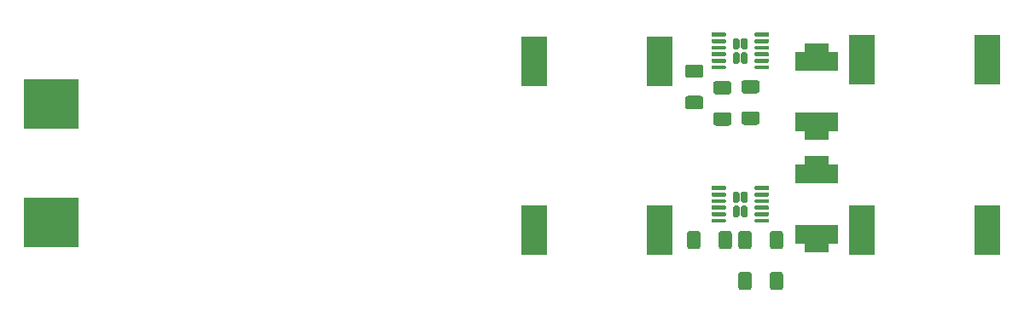
<source format=gbr>
%TF.GenerationSoftware,KiCad,Pcbnew,(5.1.9)-1*%
%TF.CreationDate,2022-01-14T16:31:07-06:00*%
%TF.ProjectId,Power_12V_DualSupply,506f7765-725f-4313-9256-5f4475616c53,rev?*%
%TF.SameCoordinates,Original*%
%TF.FileFunction,Paste,Top*%
%TF.FilePolarity,Positive*%
%FSLAX46Y46*%
G04 Gerber Fmt 4.6, Leading zero omitted, Abs format (unit mm)*
G04 Created by KiCad (PCBNEW (5.1.9)-1) date 2022-01-14 16:31:07*
%MOMM*%
%LPD*%
G01*
G04 APERTURE LIST*
%ADD10R,2.400000X2.600000*%
%ADD11R,4.300000X1.950000*%
%ADD12R,2.500000X5.000000*%
%ADD13R,5.400000X4.900000*%
G04 APERTURE END LIST*
D10*
%TO.C,C14*%
X185674000Y-109164000D03*
X185674000Y-102164000D03*
D11*
X185674000Y-102664000D03*
X185674000Y-108664000D03*
%TD*%
D12*
%TO.C,L4*%
X202592000Y-108204000D03*
X190092000Y-108204000D03*
%TD*%
%TO.C,C12*%
G36*
G01*
X179186000Y-108569999D02*
X179186000Y-109870001D01*
G75*
G02*
X178936001Y-110120000I-249999J0D01*
G01*
X178110999Y-110120000D01*
G75*
G02*
X177861000Y-109870001I0J249999D01*
G01*
X177861000Y-108569999D01*
G75*
G02*
X178110999Y-108320000I249999J0D01*
G01*
X178936001Y-108320000D01*
G75*
G02*
X179186000Y-108569999I0J-249999D01*
G01*
G37*
G36*
G01*
X182311000Y-108569999D02*
X182311000Y-109870001D01*
G75*
G02*
X182061001Y-110120000I-249999J0D01*
G01*
X181235999Y-110120000D01*
G75*
G02*
X180986000Y-109870001I0J249999D01*
G01*
X180986000Y-108569999D01*
G75*
G02*
X181235999Y-108320000I249999J0D01*
G01*
X182061001Y-108320000D01*
G75*
G02*
X182311000Y-108569999I0J-249999D01*
G01*
G37*
%TD*%
%TO.C,C13*%
G36*
G01*
X179720001Y-94642500D02*
X178419999Y-94642500D01*
G75*
G02*
X178170000Y-94392501I0J249999D01*
G01*
X178170000Y-93567499D01*
G75*
G02*
X178419999Y-93317500I249999J0D01*
G01*
X179720001Y-93317500D01*
G75*
G02*
X179970000Y-93567499I0J-249999D01*
G01*
X179970000Y-94392501D01*
G75*
G02*
X179720001Y-94642500I-249999J0D01*
G01*
G37*
G36*
G01*
X179720001Y-97767500D02*
X178419999Y-97767500D01*
G75*
G02*
X178170000Y-97517501I0J249999D01*
G01*
X178170000Y-96692499D01*
G75*
G02*
X178419999Y-96442500I249999J0D01*
G01*
X179720001Y-96442500D01*
G75*
G02*
X179970000Y-96692499I0J-249999D01*
G01*
X179970000Y-97517501D01*
G75*
G02*
X179720001Y-97767500I-249999J0D01*
G01*
G37*
%TD*%
D10*
%TO.C,C15*%
X185674000Y-97988000D03*
X185674000Y-90988000D03*
D11*
X185674000Y-91488000D03*
X185674000Y-97488000D03*
%TD*%
D13*
%TO.C,L1*%
X109728000Y-107500000D03*
X109728000Y-95700000D03*
%TD*%
D12*
%TO.C,L2*%
X170080000Y-108204000D03*
X157580000Y-108204000D03*
%TD*%
%TO.C,L3*%
X157580000Y-91440000D03*
X170080000Y-91440000D03*
%TD*%
%TO.C,L5*%
X202592000Y-91313000D03*
X190092000Y-91313000D03*
%TD*%
%TO.C,R3*%
G36*
G01*
X175625999Y-96531000D02*
X176926001Y-96531000D01*
G75*
G02*
X177176000Y-96780999I0J-249999D01*
G01*
X177176000Y-97606001D01*
G75*
G02*
X176926001Y-97856000I-249999J0D01*
G01*
X175625999Y-97856000D01*
G75*
G02*
X175376000Y-97606001I0J249999D01*
G01*
X175376000Y-96780999D01*
G75*
G02*
X175625999Y-96531000I249999J0D01*
G01*
G37*
G36*
G01*
X175625999Y-93406000D02*
X176926001Y-93406000D01*
G75*
G02*
X177176000Y-93655999I0J-249999D01*
G01*
X177176000Y-94481001D01*
G75*
G02*
X176926001Y-94731000I-249999J0D01*
G01*
X175625999Y-94731000D01*
G75*
G02*
X175376000Y-94481001I0J249999D01*
G01*
X175376000Y-93655999D01*
G75*
G02*
X175625999Y-93406000I249999J0D01*
G01*
G37*
%TD*%
%TO.C,R4*%
G36*
G01*
X177861000Y-113934001D02*
X177861000Y-112633999D01*
G75*
G02*
X178110999Y-112384000I249999J0D01*
G01*
X178936001Y-112384000D01*
G75*
G02*
X179186000Y-112633999I0J-249999D01*
G01*
X179186000Y-113934001D01*
G75*
G02*
X178936001Y-114184000I-249999J0D01*
G01*
X178110999Y-114184000D01*
G75*
G02*
X177861000Y-113934001I0J249999D01*
G01*
G37*
G36*
G01*
X180986000Y-113934001D02*
X180986000Y-112633999D01*
G75*
G02*
X181235999Y-112384000I249999J0D01*
G01*
X182061001Y-112384000D01*
G75*
G02*
X182311000Y-112633999I0J-249999D01*
G01*
X182311000Y-113934001D01*
G75*
G02*
X182061001Y-114184000I-249999J0D01*
G01*
X181235999Y-114184000D01*
G75*
G02*
X180986000Y-113934001I0J249999D01*
G01*
G37*
%TD*%
%TO.C,R5*%
G36*
G01*
X174132001Y-96205000D02*
X172831999Y-96205000D01*
G75*
G02*
X172582000Y-95955001I0J249999D01*
G01*
X172582000Y-95129999D01*
G75*
G02*
X172831999Y-94880000I249999J0D01*
G01*
X174132001Y-94880000D01*
G75*
G02*
X174382000Y-95129999I0J-249999D01*
G01*
X174382000Y-95955001D01*
G75*
G02*
X174132001Y-96205000I-249999J0D01*
G01*
G37*
G36*
G01*
X174132001Y-93080000D02*
X172831999Y-93080000D01*
G75*
G02*
X172582000Y-92830001I0J249999D01*
G01*
X172582000Y-92004999D01*
G75*
G02*
X172831999Y-91755000I249999J0D01*
G01*
X174132001Y-91755000D01*
G75*
G02*
X174382000Y-92004999I0J-249999D01*
G01*
X174382000Y-92830001D01*
G75*
G02*
X174132001Y-93080000I-249999J0D01*
G01*
G37*
%TD*%
%TO.C,R6*%
G36*
G01*
X177231000Y-108569999D02*
X177231000Y-109870001D01*
G75*
G02*
X176981001Y-110120000I-249999J0D01*
G01*
X176155999Y-110120000D01*
G75*
G02*
X175906000Y-109870001I0J249999D01*
G01*
X175906000Y-108569999D01*
G75*
G02*
X176155999Y-108320000I249999J0D01*
G01*
X176981001Y-108320000D01*
G75*
G02*
X177231000Y-108569999I0J-249999D01*
G01*
G37*
G36*
G01*
X174106000Y-108569999D02*
X174106000Y-109870001D01*
G75*
G02*
X173856001Y-110120000I-249999J0D01*
G01*
X173030999Y-110120000D01*
G75*
G02*
X172781000Y-109870001I0J249999D01*
G01*
X172781000Y-108569999D01*
G75*
G02*
X173030999Y-108320000I249999J0D01*
G01*
X173856001Y-108320000D01*
G75*
G02*
X174106000Y-108569999I0J-249999D01*
G01*
G37*
%TD*%
%TO.C,U2*%
G36*
G01*
X175179000Y-104139000D02*
X175179000Y-103939000D01*
G75*
G02*
X175279000Y-103839000I100000J0D01*
G01*
X176529000Y-103839000D01*
G75*
G02*
X176629000Y-103939000I0J-100000D01*
G01*
X176629000Y-104139000D01*
G75*
G02*
X176529000Y-104239000I-100000J0D01*
G01*
X175279000Y-104239000D01*
G75*
G02*
X175179000Y-104139000I0J100000D01*
G01*
G37*
G36*
G01*
X175179000Y-104789000D02*
X175179000Y-104589000D01*
G75*
G02*
X175279000Y-104489000I100000J0D01*
G01*
X176529000Y-104489000D01*
G75*
G02*
X176629000Y-104589000I0J-100000D01*
G01*
X176629000Y-104789000D01*
G75*
G02*
X176529000Y-104889000I-100000J0D01*
G01*
X175279000Y-104889000D01*
G75*
G02*
X175179000Y-104789000I0J100000D01*
G01*
G37*
G36*
G01*
X175179000Y-105439000D02*
X175179000Y-105239000D01*
G75*
G02*
X175279000Y-105139000I100000J0D01*
G01*
X176529000Y-105139000D01*
G75*
G02*
X176629000Y-105239000I0J-100000D01*
G01*
X176629000Y-105439000D01*
G75*
G02*
X176529000Y-105539000I-100000J0D01*
G01*
X175279000Y-105539000D01*
G75*
G02*
X175179000Y-105439000I0J100000D01*
G01*
G37*
G36*
G01*
X175179000Y-106089000D02*
X175179000Y-105889000D01*
G75*
G02*
X175279000Y-105789000I100000J0D01*
G01*
X176529000Y-105789000D01*
G75*
G02*
X176629000Y-105889000I0J-100000D01*
G01*
X176629000Y-106089000D01*
G75*
G02*
X176529000Y-106189000I-100000J0D01*
G01*
X175279000Y-106189000D01*
G75*
G02*
X175179000Y-106089000I0J100000D01*
G01*
G37*
G36*
G01*
X175179000Y-106739000D02*
X175179000Y-106539000D01*
G75*
G02*
X175279000Y-106439000I100000J0D01*
G01*
X176529000Y-106439000D01*
G75*
G02*
X176629000Y-106539000I0J-100000D01*
G01*
X176629000Y-106739000D01*
G75*
G02*
X176529000Y-106839000I-100000J0D01*
G01*
X175279000Y-106839000D01*
G75*
G02*
X175179000Y-106739000I0J100000D01*
G01*
G37*
G36*
G01*
X175179000Y-107389000D02*
X175179000Y-107189000D01*
G75*
G02*
X175279000Y-107089000I100000J0D01*
G01*
X176529000Y-107089000D01*
G75*
G02*
X176629000Y-107189000I0J-100000D01*
G01*
X176629000Y-107389000D01*
G75*
G02*
X176529000Y-107489000I-100000J0D01*
G01*
X175279000Y-107489000D01*
G75*
G02*
X175179000Y-107389000I0J100000D01*
G01*
G37*
G36*
G01*
X179479000Y-107389000D02*
X179479000Y-107189000D01*
G75*
G02*
X179579000Y-107089000I100000J0D01*
G01*
X180829000Y-107089000D01*
G75*
G02*
X180929000Y-107189000I0J-100000D01*
G01*
X180929000Y-107389000D01*
G75*
G02*
X180829000Y-107489000I-100000J0D01*
G01*
X179579000Y-107489000D01*
G75*
G02*
X179479000Y-107389000I0J100000D01*
G01*
G37*
G36*
G01*
X179479000Y-106739000D02*
X179479000Y-106539000D01*
G75*
G02*
X179579000Y-106439000I100000J0D01*
G01*
X180829000Y-106439000D01*
G75*
G02*
X180929000Y-106539000I0J-100000D01*
G01*
X180929000Y-106739000D01*
G75*
G02*
X180829000Y-106839000I-100000J0D01*
G01*
X179579000Y-106839000D01*
G75*
G02*
X179479000Y-106739000I0J100000D01*
G01*
G37*
G36*
G01*
X179479000Y-106089000D02*
X179479000Y-105889000D01*
G75*
G02*
X179579000Y-105789000I100000J0D01*
G01*
X180829000Y-105789000D01*
G75*
G02*
X180929000Y-105889000I0J-100000D01*
G01*
X180929000Y-106089000D01*
G75*
G02*
X180829000Y-106189000I-100000J0D01*
G01*
X179579000Y-106189000D01*
G75*
G02*
X179479000Y-106089000I0J100000D01*
G01*
G37*
G36*
G01*
X179479000Y-105439000D02*
X179479000Y-105239000D01*
G75*
G02*
X179579000Y-105139000I100000J0D01*
G01*
X180829000Y-105139000D01*
G75*
G02*
X180929000Y-105239000I0J-100000D01*
G01*
X180929000Y-105439000D01*
G75*
G02*
X180829000Y-105539000I-100000J0D01*
G01*
X179579000Y-105539000D01*
G75*
G02*
X179479000Y-105439000I0J100000D01*
G01*
G37*
G36*
G01*
X179479000Y-104789000D02*
X179479000Y-104589000D01*
G75*
G02*
X179579000Y-104489000I100000J0D01*
G01*
X180829000Y-104489000D01*
G75*
G02*
X180929000Y-104589000I0J-100000D01*
G01*
X180929000Y-104789000D01*
G75*
G02*
X180829000Y-104889000I-100000J0D01*
G01*
X179579000Y-104889000D01*
G75*
G02*
X179479000Y-104789000I0J100000D01*
G01*
G37*
G36*
G01*
X179479000Y-104139000D02*
X179479000Y-103939000D01*
G75*
G02*
X179579000Y-103839000I100000J0D01*
G01*
X180829000Y-103839000D01*
G75*
G02*
X180929000Y-103939000I0J-100000D01*
G01*
X180929000Y-104139000D01*
G75*
G02*
X180829000Y-104239000I-100000J0D01*
G01*
X179579000Y-104239000D01*
G75*
G02*
X179479000Y-104139000I0J100000D01*
G01*
G37*
G36*
G01*
X177309000Y-105361500D02*
X177309000Y-104546500D01*
G75*
G02*
X177476500Y-104379000I167500J0D01*
G01*
X177811500Y-104379000D01*
G75*
G02*
X177979000Y-104546500I0J-167500D01*
G01*
X177979000Y-105361500D01*
G75*
G02*
X177811500Y-105529000I-167500J0D01*
G01*
X177476500Y-105529000D01*
G75*
G02*
X177309000Y-105361500I0J167500D01*
G01*
G37*
G36*
G01*
X177309000Y-106781500D02*
X177309000Y-105966500D01*
G75*
G02*
X177476500Y-105799000I167500J0D01*
G01*
X177811500Y-105799000D01*
G75*
G02*
X177979000Y-105966500I0J-167500D01*
G01*
X177979000Y-106781500D01*
G75*
G02*
X177811500Y-106949000I-167500J0D01*
G01*
X177476500Y-106949000D01*
G75*
G02*
X177309000Y-106781500I0J167500D01*
G01*
G37*
G36*
G01*
X178129000Y-105361500D02*
X178129000Y-104546500D01*
G75*
G02*
X178296500Y-104379000I167500J0D01*
G01*
X178631500Y-104379000D01*
G75*
G02*
X178799000Y-104546500I0J-167500D01*
G01*
X178799000Y-105361500D01*
G75*
G02*
X178631500Y-105529000I-167500J0D01*
G01*
X178296500Y-105529000D01*
G75*
G02*
X178129000Y-105361500I0J167500D01*
G01*
G37*
G36*
G01*
X178129000Y-106781500D02*
X178129000Y-105966500D01*
G75*
G02*
X178296500Y-105799000I167500J0D01*
G01*
X178631500Y-105799000D01*
G75*
G02*
X178799000Y-105966500I0J-167500D01*
G01*
X178799000Y-106781500D01*
G75*
G02*
X178631500Y-106949000I-167500J0D01*
G01*
X178296500Y-106949000D01*
G75*
G02*
X178129000Y-106781500I0J167500D01*
G01*
G37*
%TD*%
%TO.C,U3*%
G36*
G01*
X178129000Y-91541500D02*
X178129000Y-90726500D01*
G75*
G02*
X178296500Y-90559000I167500J0D01*
G01*
X178631500Y-90559000D01*
G75*
G02*
X178799000Y-90726500I0J-167500D01*
G01*
X178799000Y-91541500D01*
G75*
G02*
X178631500Y-91709000I-167500J0D01*
G01*
X178296500Y-91709000D01*
G75*
G02*
X178129000Y-91541500I0J167500D01*
G01*
G37*
G36*
G01*
X178129000Y-90121500D02*
X178129000Y-89306500D01*
G75*
G02*
X178296500Y-89139000I167500J0D01*
G01*
X178631500Y-89139000D01*
G75*
G02*
X178799000Y-89306500I0J-167500D01*
G01*
X178799000Y-90121500D01*
G75*
G02*
X178631500Y-90289000I-167500J0D01*
G01*
X178296500Y-90289000D01*
G75*
G02*
X178129000Y-90121500I0J167500D01*
G01*
G37*
G36*
G01*
X177309000Y-91541500D02*
X177309000Y-90726500D01*
G75*
G02*
X177476500Y-90559000I167500J0D01*
G01*
X177811500Y-90559000D01*
G75*
G02*
X177979000Y-90726500I0J-167500D01*
G01*
X177979000Y-91541500D01*
G75*
G02*
X177811500Y-91709000I-167500J0D01*
G01*
X177476500Y-91709000D01*
G75*
G02*
X177309000Y-91541500I0J167500D01*
G01*
G37*
G36*
G01*
X177309000Y-90121500D02*
X177309000Y-89306500D01*
G75*
G02*
X177476500Y-89139000I167500J0D01*
G01*
X177811500Y-89139000D01*
G75*
G02*
X177979000Y-89306500I0J-167500D01*
G01*
X177979000Y-90121500D01*
G75*
G02*
X177811500Y-90289000I-167500J0D01*
G01*
X177476500Y-90289000D01*
G75*
G02*
X177309000Y-90121500I0J167500D01*
G01*
G37*
G36*
G01*
X179479000Y-88899000D02*
X179479000Y-88699000D01*
G75*
G02*
X179579000Y-88599000I100000J0D01*
G01*
X180829000Y-88599000D01*
G75*
G02*
X180929000Y-88699000I0J-100000D01*
G01*
X180929000Y-88899000D01*
G75*
G02*
X180829000Y-88999000I-100000J0D01*
G01*
X179579000Y-88999000D01*
G75*
G02*
X179479000Y-88899000I0J100000D01*
G01*
G37*
G36*
G01*
X179479000Y-89549000D02*
X179479000Y-89349000D01*
G75*
G02*
X179579000Y-89249000I100000J0D01*
G01*
X180829000Y-89249000D01*
G75*
G02*
X180929000Y-89349000I0J-100000D01*
G01*
X180929000Y-89549000D01*
G75*
G02*
X180829000Y-89649000I-100000J0D01*
G01*
X179579000Y-89649000D01*
G75*
G02*
X179479000Y-89549000I0J100000D01*
G01*
G37*
G36*
G01*
X179479000Y-90199000D02*
X179479000Y-89999000D01*
G75*
G02*
X179579000Y-89899000I100000J0D01*
G01*
X180829000Y-89899000D01*
G75*
G02*
X180929000Y-89999000I0J-100000D01*
G01*
X180929000Y-90199000D01*
G75*
G02*
X180829000Y-90299000I-100000J0D01*
G01*
X179579000Y-90299000D01*
G75*
G02*
X179479000Y-90199000I0J100000D01*
G01*
G37*
G36*
G01*
X179479000Y-90849000D02*
X179479000Y-90649000D01*
G75*
G02*
X179579000Y-90549000I100000J0D01*
G01*
X180829000Y-90549000D01*
G75*
G02*
X180929000Y-90649000I0J-100000D01*
G01*
X180929000Y-90849000D01*
G75*
G02*
X180829000Y-90949000I-100000J0D01*
G01*
X179579000Y-90949000D01*
G75*
G02*
X179479000Y-90849000I0J100000D01*
G01*
G37*
G36*
G01*
X179479000Y-91499000D02*
X179479000Y-91299000D01*
G75*
G02*
X179579000Y-91199000I100000J0D01*
G01*
X180829000Y-91199000D01*
G75*
G02*
X180929000Y-91299000I0J-100000D01*
G01*
X180929000Y-91499000D01*
G75*
G02*
X180829000Y-91599000I-100000J0D01*
G01*
X179579000Y-91599000D01*
G75*
G02*
X179479000Y-91499000I0J100000D01*
G01*
G37*
G36*
G01*
X179479000Y-92149000D02*
X179479000Y-91949000D01*
G75*
G02*
X179579000Y-91849000I100000J0D01*
G01*
X180829000Y-91849000D01*
G75*
G02*
X180929000Y-91949000I0J-100000D01*
G01*
X180929000Y-92149000D01*
G75*
G02*
X180829000Y-92249000I-100000J0D01*
G01*
X179579000Y-92249000D01*
G75*
G02*
X179479000Y-92149000I0J100000D01*
G01*
G37*
G36*
G01*
X175179000Y-92149000D02*
X175179000Y-91949000D01*
G75*
G02*
X175279000Y-91849000I100000J0D01*
G01*
X176529000Y-91849000D01*
G75*
G02*
X176629000Y-91949000I0J-100000D01*
G01*
X176629000Y-92149000D01*
G75*
G02*
X176529000Y-92249000I-100000J0D01*
G01*
X175279000Y-92249000D01*
G75*
G02*
X175179000Y-92149000I0J100000D01*
G01*
G37*
G36*
G01*
X175179000Y-91499000D02*
X175179000Y-91299000D01*
G75*
G02*
X175279000Y-91199000I100000J0D01*
G01*
X176529000Y-91199000D01*
G75*
G02*
X176629000Y-91299000I0J-100000D01*
G01*
X176629000Y-91499000D01*
G75*
G02*
X176529000Y-91599000I-100000J0D01*
G01*
X175279000Y-91599000D01*
G75*
G02*
X175179000Y-91499000I0J100000D01*
G01*
G37*
G36*
G01*
X175179000Y-90849000D02*
X175179000Y-90649000D01*
G75*
G02*
X175279000Y-90549000I100000J0D01*
G01*
X176529000Y-90549000D01*
G75*
G02*
X176629000Y-90649000I0J-100000D01*
G01*
X176629000Y-90849000D01*
G75*
G02*
X176529000Y-90949000I-100000J0D01*
G01*
X175279000Y-90949000D01*
G75*
G02*
X175179000Y-90849000I0J100000D01*
G01*
G37*
G36*
G01*
X175179000Y-90199000D02*
X175179000Y-89999000D01*
G75*
G02*
X175279000Y-89899000I100000J0D01*
G01*
X176529000Y-89899000D01*
G75*
G02*
X176629000Y-89999000I0J-100000D01*
G01*
X176629000Y-90199000D01*
G75*
G02*
X176529000Y-90299000I-100000J0D01*
G01*
X175279000Y-90299000D01*
G75*
G02*
X175179000Y-90199000I0J100000D01*
G01*
G37*
G36*
G01*
X175179000Y-89549000D02*
X175179000Y-89349000D01*
G75*
G02*
X175279000Y-89249000I100000J0D01*
G01*
X176529000Y-89249000D01*
G75*
G02*
X176629000Y-89349000I0J-100000D01*
G01*
X176629000Y-89549000D01*
G75*
G02*
X176529000Y-89649000I-100000J0D01*
G01*
X175279000Y-89649000D01*
G75*
G02*
X175179000Y-89549000I0J100000D01*
G01*
G37*
G36*
G01*
X175179000Y-88899000D02*
X175179000Y-88699000D01*
G75*
G02*
X175279000Y-88599000I100000J0D01*
G01*
X176529000Y-88599000D01*
G75*
G02*
X176629000Y-88699000I0J-100000D01*
G01*
X176629000Y-88899000D01*
G75*
G02*
X176529000Y-88999000I-100000J0D01*
G01*
X175279000Y-88999000D01*
G75*
G02*
X175179000Y-88899000I0J100000D01*
G01*
G37*
%TD*%
M02*

</source>
